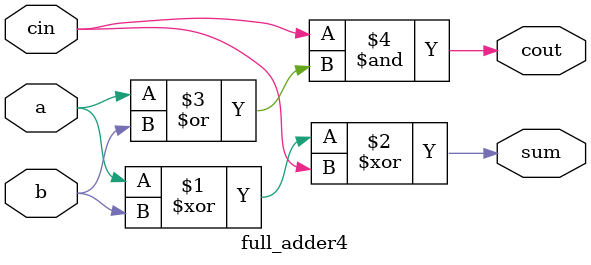
<source format=v>
module full_adder4(a,b,cin,sum,cout);
input a,b,cin;
output sum,cout;
assign sum = a^b^cin;
assign cout = 1'b0|cin&(a|b); 
// initial begin
//     $display("The incorrect adder with and0 and or2 having out/0 and in1/0");
// end   
endmodule
</source>
